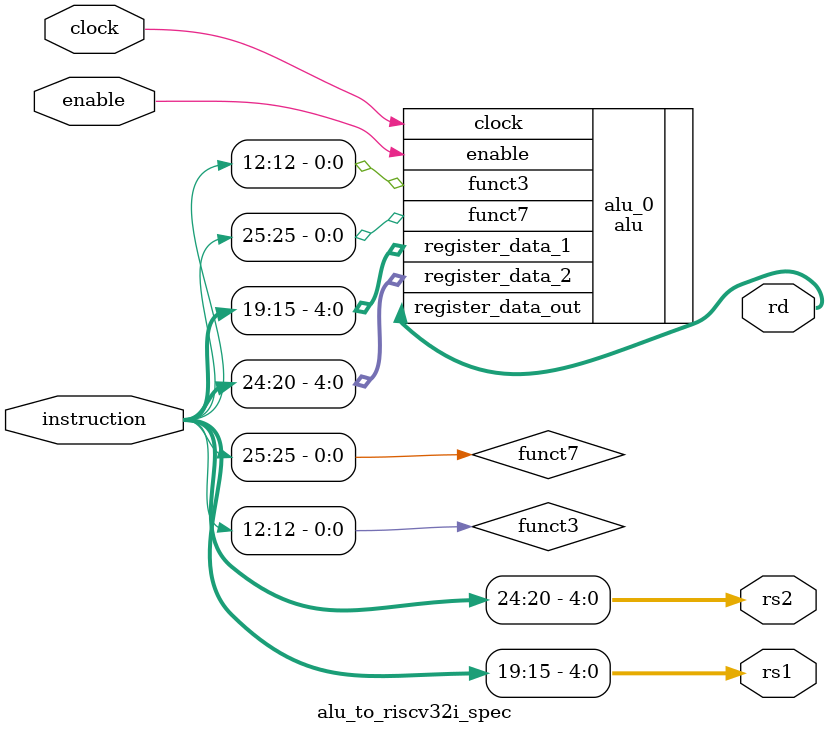
<source format=v>
module alu_to_riscv32i_spec(
   input clock,
   input enable,
   input [31:0] instruction,
   output [4:0] rs1,
   output [4:0] rs2,
   output [4:0] rd
);

// split instruction into fields
// source: https://github.com/jameslzhu/riscv-card/blob/master/riscv-card.pdf
// core instructions format for R type
assign funct3 = instruction[14:12];
assign funct7 = instruction[31:25];
assign rs1    = instruction[19:15];
assign rs2    = instruction[24:20];

// connect alu

alu alu_0(
   .clock(clock),
   .enable(enable), 
   .funct3(funct3),
   .funct7(funct7),
   .register_data_1(rs1),
   .register_data_2(rs2),
   .register_data_out(rd)
);
endmodule


</source>
